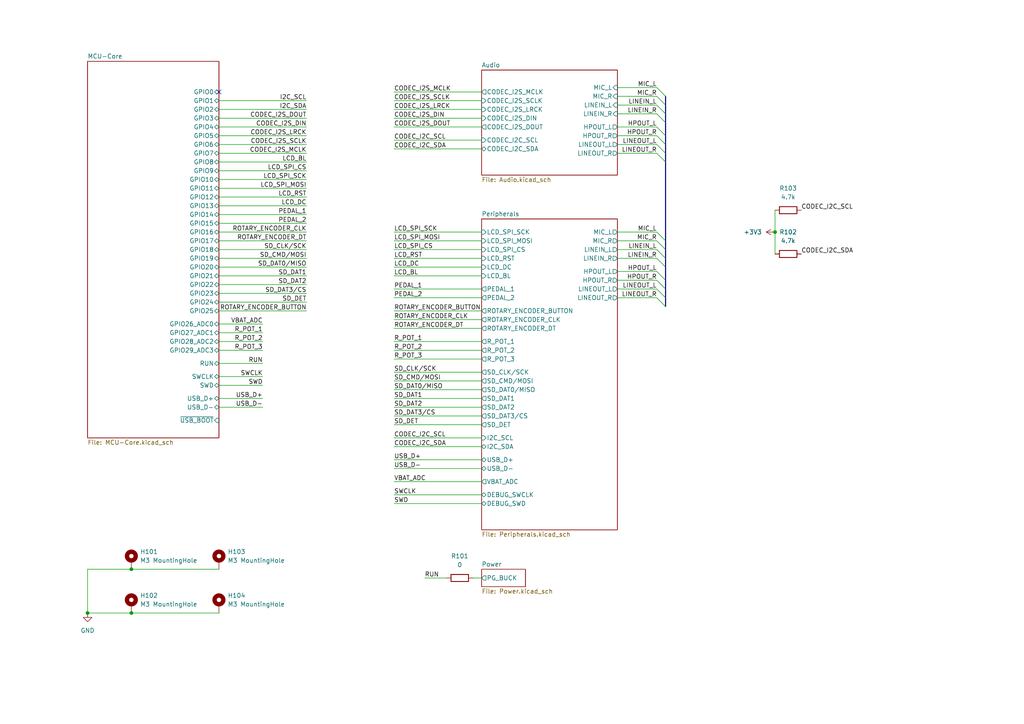
<source format=kicad_sch>
(kicad_sch (version 20250114) (generator "eeschema") (generator_version "9.0")
  (paper "A4")
  (title_block (title "TommyDSP") (date "2026-02-04") (rev "1.0.0"))
  (lib_symbols
    (symbol "Device:R" (pin_numbers (hide yes)) (pin_names (offset 0))
      (property "Reference" "R" (at 2.032 0 90))
      (property "Value" "R" (at 0 0 90))
      (symbol "R_0_1"
        (rectangle (start -1.016 -2.54) (end 1.016 2.54) (stroke (width 0.254)))
      )
      (symbol "R_1_1"
        (pin passive line (at 0 3.81 270) (length 1.27) (name "~") (number "1"))
        (pin passive line (at 0 -3.81 90) (length 1.27) (name "~") (number "2"))
      )
    )
    (symbol "Mechanical:MountingHole_Pad" (pin_numbers (hide yes)) (pin_names (offset 1.016) (hide yes)) (in_bom no)
      (property "Reference" "H" (at 0 6.35 0))
      (property "Value" "MountingHole_Pad" (at 0 4.445 0))
      (symbol "MountingHole_Pad_0_1"
        (circle (center 0 1.27) (radius 1.27) (stroke (width 1.27)))
      )
      (symbol "MountingHole_Pad_1_1"
        (pin input line (at 0 -2.54 90) (length 2.54) (name "1") (number "1"))
      )
    )
    (symbol "power:+3V3" (power) (pin_numbers (hide yes)) (pin_names (offset 0) (hide yes))
      (property "Value" "+3V3" (at 0 3.556 0))
      (symbol "+3V3_0_1"
        (polyline (pts (xy -0.762 1.27) (xy 0 2.54)))
        (polyline (pts (xy 0 2.54) (xy 0.762 1.27)))
        (polyline (pts (xy 0 0) (xy 0 2.54)))
      )
      (symbol "+3V3_1_1"
        (pin power_in line (at 0 0 90) (length 0) (name "~") (number "1"))
      )
    )
    (symbol "power:GND" (power) (pin_numbers (hide yes)) (pin_names (offset 0) (hide yes))
      (property "Value" "GND" (at 0 -3.81 0))
      (symbol "GND_0_1"
        (polyline (pts (xy 0 0) (xy 0 -1.27) (xy 1.27 -1.27) (xy 0 -2.54) (xy -1.27 -1.27) (xy 0 -1.27)))
      )
      (symbol "GND_1_1"
        (pin power_in line (at 0 0 270) (length 0) (name "~") (number "1"))
      )
    )
  )
  (junction (at 25.4 177.8))
  (junction (at 224.79 67.31))
  (junction (at 38.1 177.8))
  (junction (at 38.1 165.1))
  (no_connect (at 63.5 26.67))
  (bus_entry (at 190.5 33.02) (size 2.54 2.54))
  (bus_entry (at 190.5 44.45) (size 2.54 2.54))
  (bus_entry (at 190.5 74.93) (size 2.54 2.54))
  (bus_entry (at 190.5 30.48) (size 2.54 2.54))
  (bus_entry (at 190.5 72.39) (size 2.54 2.54))
  (bus_entry (at 190.5 81.28) (size 2.54 2.54))
  (bus_entry (at 190.5 78.74) (size 2.54 2.54))
  (bus_entry (at 190.5 69.85) (size 2.54 2.54))
  (bus_entry (at 190.5 41.91) (size 2.54 2.54))
  (bus_entry (at 190.5 67.31) (size 2.54 2.54))
  (bus_entry (at 190.5 83.82) (size 2.54 2.54))
  (bus_entry (at 190.5 86.36) (size 2.54 2.54))
  (bus_entry (at 190.5 25.4) (size 2.54 2.54))
  (bus_entry (at 190.5 39.37) (size 2.54 2.54))
  (bus_entry (at 190.5 27.94) (size 2.54 2.54))
  (bus_entry (at 190.5 36.83) (size 2.54 2.54))
  (wire (pts (xy 114.3 123.19) (xy 139.7 123.19)))
  (wire (pts (xy 179.07 74.93) (xy 190.5 74.93)))
  (wire (pts (xy 114.3 107.95) (xy 139.7 107.95)))
  (bus (pts (xy 193.04 27.94) (xy 193.04 30.48)))
  (wire (pts (xy 63.5 90.17) (xy 88.9 90.17)))
  (wire (pts (xy 114.3 129.54) (xy 139.7 129.54)))
  (wire (pts (xy 114.3 67.31) (xy 139.7 67.31)))
  (wire (pts (xy 63.5 49.53) (xy 88.9 49.53)))
  (wire (pts (xy 114.3 43.18) (xy 139.7 43.18)))
  (bus (pts (xy 193.04 83.82) (xy 193.04 86.36)))
  (wire (pts (xy 179.07 33.02) (xy 190.5 33.02)))
  (wire (pts (xy 63.5 111.76) (xy 76.2 111.76)))
  (wire (pts (xy 114.3 90.17) (xy 139.7 90.17)))
  (wire (pts (xy 114.3 36.83) (xy 139.7 36.83)))
  (wire (pts (xy 114.3 110.49) (xy 139.7 110.49)))
  (wire (pts (xy 123.19 167.64) (xy 129.54 167.64)))
  (wire (pts (xy 114.3 115.57) (xy 139.7 115.57)))
  (wire (pts (xy 114.3 99.06) (xy 139.7 99.06)))
  (wire (pts (xy 179.07 36.83) (xy 190.5 36.83)))
  (wire (pts (xy 63.5 57.15) (xy 88.9 57.15)))
  (wire (pts (xy 114.3 95.25) (xy 139.7 95.25)))
  (wire (pts (xy 179.07 25.4) (xy 190.5 25.4)))
  (wire (pts (xy 63.5 115.57) (xy 76.2 115.57)))
  (bus (pts (xy 193.04 44.45) (xy 193.04 46.99)))
  (wire (pts (xy 63.5 54.61) (xy 88.9 54.61)))
  (wire (pts (xy 63.5 29.21) (xy 88.9 29.21)))
  (wire (pts (xy 63.5 105.41) (xy 76.2 105.41)))
  (wire (pts (xy 63.5 39.37) (xy 88.9 39.37)))
  (wire (pts (xy 114.3 77.47) (xy 139.7 77.47)))
  (bus (pts (xy 193.04 86.36) (xy 193.04 88.9)))
  (wire (pts (xy 63.5 44.45) (xy 88.9 44.45)))
  (wire (pts (xy 224.79 73.66) (xy 224.79 67.31)))
  (wire (pts (xy 63.5 118.11) (xy 76.2 118.11)))
  (bus (pts (xy 193.04 35.56) (xy 193.04 39.37)))
  (wire (pts (xy 63.5 31.75) (xy 88.9 31.75)))
  (wire (pts (xy 179.07 44.45) (xy 190.5 44.45)))
  (wire (pts (xy 63.5 85.09) (xy 88.9 85.09)))
  (wire (pts (xy 224.79 67.31) (xy 224.79 60.96)))
  (wire (pts (xy 25.4 177.8) (xy 38.1 177.8)))
  (wire (pts (xy 114.3 146.05) (xy 139.7 146.05)))
  (wire (pts (xy 114.3 104.14) (xy 139.7 104.14)))
  (wire (pts (xy 114.3 92.71) (xy 139.7 92.71)))
  (wire (pts (xy 137.16 167.64) (xy 139.7 167.64)))
  (wire (pts (xy 63.5 41.91) (xy 88.9 41.91)))
  (wire (pts (xy 114.3 74.93) (xy 139.7 74.93)))
  (bus (pts (xy 193.04 72.39) (xy 193.04 74.93)))
  (bus (pts (xy 193.04 30.48) (xy 193.04 33.02)))
  (wire (pts (xy 179.07 72.39) (xy 190.5 72.39)))
  (wire (pts (xy 114.3 29.21) (xy 139.7 29.21)))
  (wire (pts (xy 179.07 67.31) (xy 190.5 67.31)))
  (wire (pts (xy 114.3 133.35) (xy 139.7 133.35)))
  (wire (pts (xy 63.5 36.83) (xy 88.9 36.83)))
  (wire (pts (xy 63.5 80.01) (xy 88.9 80.01)))
  (wire (pts (xy 114.3 40.64) (xy 139.7 40.64)))
  (wire (pts (xy 114.3 135.89) (xy 139.7 135.89)))
  (wire (pts (xy 63.5 59.69) (xy 88.9 59.69)))
  (bus (pts (xy 193.04 77.47) (xy 193.04 81.28)))
  (bus (pts (xy 193.04 41.91) (xy 193.04 44.45)))
  (bus (pts (xy 193.04 81.28) (xy 193.04 83.82)))
  (wire (pts (xy 114.3 139.7) (xy 139.7 139.7)))
  (wire (pts (xy 179.07 81.28) (xy 190.5 81.28)))
  (wire (pts (xy 179.07 41.91) (xy 190.5 41.91)))
  (wire (pts (xy 114.3 143.51) (xy 139.7 143.51)))
  (bus (pts (xy 193.04 74.93) (xy 193.04 77.47)))
  (wire (pts (xy 63.5 87.63) (xy 88.9 87.63)))
  (wire (pts (xy 114.3 34.29) (xy 139.7 34.29)))
  (wire (pts (xy 114.3 120.65) (xy 139.7 120.65)))
  (wire (pts (xy 114.3 72.39) (xy 139.7 72.39)))
  (wire (pts (xy 25.4 165.1) (xy 25.4 177.8)))
  (wire (pts (xy 179.07 78.74) (xy 190.5 78.74)))
  (wire (pts (xy 114.3 86.36) (xy 139.7 86.36)))
  (bus (pts (xy 193.04 39.37) (xy 193.04 41.91)))
  (wire (pts (xy 114.3 127) (xy 139.7 127)))
  (wire (pts (xy 63.5 77.47) (xy 88.9 77.47)))
  (wire (pts (xy 63.5 74.93) (xy 88.9 74.93)))
  (wire (pts (xy 63.5 64.77) (xy 88.9 64.77)))
  (wire (pts (xy 63.5 72.39) (xy 88.9 72.39)))
  (wire (pts (xy 114.3 80.01) (xy 139.7 80.01)))
  (wire (pts (xy 63.5 62.23) (xy 88.9 62.23)))
  (bus (pts (xy 193.04 69.85) (xy 193.04 72.39)))
  (wire (pts (xy 63.5 69.85) (xy 88.9 69.85)))
  (wire (pts (xy 114.3 113.03) (xy 139.7 113.03)))
  (wire (pts (xy 114.3 83.82) (xy 139.7 83.82)))
  (wire (pts (xy 114.3 26.67) (xy 139.7 26.67)))
  (wire (pts (xy 38.1 177.8) (xy 63.5 177.8)))
  (wire (pts (xy 63.5 165.1) (xy 38.1 165.1)))
  (wire (pts (xy 63.5 82.55) (xy 88.9 82.55)))
  (bus (pts (xy 193.04 33.02) (xy 193.04 35.56)))
  (wire (pts (xy 179.07 39.37) (xy 190.5 39.37)))
  (wire (pts (xy 179.07 27.94) (xy 190.5 27.94)))
  (wire (pts (xy 63.5 52.07) (xy 88.9 52.07)))
  (wire (pts (xy 63.5 99.06) (xy 76.2 99.06)))
  (wire (pts (xy 63.5 101.6) (xy 76.2 101.6)))
  (wire (pts (xy 63.5 96.52) (xy 76.2 96.52)))
  (wire (pts (xy 63.5 67.31) (xy 88.9 67.31)))
  (wire (pts (xy 63.5 46.99) (xy 88.9 46.99)))
  (wire (pts (xy 179.07 86.36) (xy 190.5 86.36)))
  (wire (pts (xy 63.5 109.22) (xy 76.2 109.22)))
  (wire (pts (xy 38.1 165.1) (xy 25.4 165.1)))
  (wire (pts (xy 63.5 34.29) (xy 88.9 34.29)))
  (bus (pts (xy 193.04 46.99) (xy 193.04 69.85)))
  (wire (pts (xy 114.3 101.6) (xy 139.7 101.6)))
  (wire (pts (xy 114.3 118.11) (xy 139.7 118.11)))
  (wire (pts (xy 114.3 69.85) (xy 139.7 69.85)))
  (wire (pts (xy 179.07 30.48) (xy 190.5 30.48)))
  (wire (pts (xy 179.07 69.85) (xy 190.5 69.85)))
  (wire (pts (xy 114.3 31.75) (xy 139.7 31.75)))
  (wire (pts (xy 63.5 93.98) (xy 76.2 93.98)))
  (wire (pts (xy 179.07 83.82) (xy 190.5 83.82)))
  (label "RUN" (at 76.2 105.41 180))
  (label "LINEIN_L" (at 190.5 30.48 180))
  (label "CODEC_I2C_SCL" (at 232.41 60.96 0))
  (label "CODEC_I2S_SCLK" (at 88.9 41.91 180))
  (label "HPOUT_R" (at 190.5 81.28 180))
  (label "R_POT_3" (at 76.2 101.6 180))
  (label "LINEIN_R" (at 190.5 33.02 180))
  (label "VBAT_ADC" (at 76.2 93.98 180))
  (label "SD_DET" (at 114.3 123.19 0))
  (label "LCD_SPI_SCK" (at 114.3 67.31 0))
  (label "LCD_BL" (at 88.9 46.99 180))
  (label "SWD" (at 114.3 146.05 0))
  (label "SD_CLK{slash}SCK" (at 114.3 107.95 0))
  (label "CODEC_I2C_SDA" (at 232.41 73.66 0))
  (label "R_POT_2" (at 76.2 99.06 180))
  (label "HPOUT_R" (at 190.5 39.37 180))
  (label "I2C_SDA" (at 88.9 31.75 180))
  (label "LCD_RST" (at 88.9 57.15 180))
  (label "LINEOUT_L" (at 190.5 83.82 180))
  (label "SD_CMD{slash}MOSI" (at 114.3 110.49 0))
  (label "R_POT_3" (at 114.3 104.14 0))
  (label "LCD_SPI_CS" (at 88.9 49.53 180))
  (label "HPOUT_L" (at 190.5 36.83 180))
  (label "R_POT_1" (at 76.2 96.52 180))
  (label "CODEC_I2S_DIN" (at 114.3 34.29 0))
  (label "LCD_SPI_MOSI" (at 114.3 69.85 0))
  (label "SD_DAT0{slash}MISO" (at 88.9 77.47 180))
  (label "SWD" (at 76.2 111.76 180))
  (label "RUN" (at 123.19 167.64 0))
  (label "CODEC_I2S_DIN" (at 88.9 36.83 180))
  (label "VBAT_ADC" (at 114.3 139.7 0))
  (label "SD_CMD{slash}MOSI" (at 88.9 74.93 180))
  (label "SD_CLK{slash}SCK" (at 88.9 72.39 180))
  (label "ROTARY_ENCODER_CLK" (at 88.9 67.31 180))
  (label "USB_D-" (at 114.3 135.89 0))
  (label "CODEC_I2S_LRCK" (at 88.9 39.37 180))
  (label "SD_DAT1" (at 88.9 80.01 180))
  (label "SD_DAT0{slash}MISO" (at 114.3 113.03 0))
  (label "USB_D+" (at 114.3 133.35 0))
  (label "CODEC_I2C_SDA" (at 114.3 43.18 0))
  (label "MIC_R" (at 190.5 27.94 180))
  (label "LCD_SPI_SCK" (at 88.9 52.07 180))
  (label "SWCLK" (at 114.3 143.51 0))
  (label "ROTARY_ENCODER_DT" (at 114.3 95.25 0))
  (label "CODEC_I2C_SCL" (at 114.3 40.64 0))
  (label "SD_DET" (at 88.9 87.63 180))
  (label "LCD_DC" (at 88.9 59.69 180))
  (label "R_POT_1" (at 114.3 99.06 0))
  (label "PEDAL_2" (at 88.9 64.77 180))
  (label "LCD_SPI_CS" (at 114.3 72.39 0))
  (label "PEDAL_1" (at 88.9 62.23 180))
  (label "HPOUT_L" (at 190.5 78.74 180))
  (label "LCD_DC" (at 114.3 77.47 0))
  (label "R_POT_2" (at 114.3 101.6 0))
  (label "LINEOUT_R" (at 190.5 86.36 180))
  (label "SD_DAT3{slash}CS" (at 114.3 120.65 0))
  (label "LCD_SPI_MOSI" (at 88.9 54.61 180))
  (label "CODEC_I2S_DOUT" (at 114.3 36.83 0))
  (label "LCD_BL" (at 114.3 80.01 0))
  (label "MIC_R" (at 190.5 69.85 180))
  (label "SD_DAT2" (at 88.9 82.55 180))
  (label "MIC_L" (at 190.5 67.31 180))
  (label "CODEC_I2C_SCL" (at 114.3 127 0))
  (label "CODEC_I2S_MCLK" (at 88.9 44.45 180))
  (label "ROTARY_ENCODER_DT" (at 88.9 69.85 180))
  (label "SD_DAT3{slash}CS" (at 88.9 85.09 180))
  (label "USB_D+" (at 76.2 115.57 180))
  (label "ROTARY_ENCODER_BUTTON" (at 114.3 90.17 0))
  (label "MIC_L" (at 190.5 25.4 180))
  (label "CODEC_I2S_SCLK" (at 114.3 29.21 0))
  (label "ROTARY_ENCODER_CLK" (at 114.3 92.71 0))
  (label "I2C_SCL" (at 88.9 29.21 180))
  (label "LINEOUT_R" (at 190.5 44.45 180))
  (label "SD_DAT1" (at 114.3 115.57 0))
  (label "CODEC_I2S_DOUT" (at 88.9 34.29 180))
  (label "LCD_RST" (at 114.3 74.93 0))
  (label "USB_D-" (at 76.2 118.11 180))
  (label "PEDAL_2" (at 114.3 86.36 0))
  (label "LINEIN_R" (at 190.5 74.93 180))
  (label "CODEC_I2C_SDA" (at 114.3 129.54 0))
  (label "CODEC_I2S_LRCK" (at 114.3 31.75 0))
  (label "ROTARY_ENCODER_BUTTON" (at 88.9 90.17 180))
  (label "LINEOUT_L" (at 190.5 41.91 180))
  (label "CODEC_I2S_MCLK" (at 114.3 26.67 0))
  (label "SD_DAT2" (at 114.3 118.11 0))
  (label "LINEIN_L" (at 190.5 72.39 180))
  (label "SWCLK" (at 76.2 109.22 180))
  (label "PEDAL_1" (at 114.3 83.82 0))
  (symbol (lib_id "Device:R") (at 228.6 73.66 90) (unit 1)
    (property "Reference" "R102" (at 228.6 67.31 90))
    (property "Value" "4.7k" (at 228.6 69.85 90))
    (property "Footprint" "Resistor_SMD:R_0603_1608Metric" (effects (hide yes)))
    (property "Description" "Resistor" (effects (hide yes)))
  )
  (symbol (lib_id "Mechanical:MountingHole_Pad") (at 38.1 175.26 0) (unit 1) (in_bom no)
    (property "Reference" "H102" (at 40.64 172.7199 0) (effects (justify left)))
    (property "Value" "M3 MountingHole" (at 40.64 175.2599 0) (effects (justify left)))
    (property "Footprint" "MountingHole:MountingHole_3.2mm_M3_DIN965_Pad_TopBottom" (effects (hide yes)))
    (property "Description" "Mounting Hole with connection" (effects (hide yes)))
  )
  (symbol (lib_id "Device:R") (at 228.6 60.96 90) (unit 1)
    (property "Reference" "R103" (at 228.6 54.61 90))
    (property "Value" "4.7k" (at 228.6 57.15 90))
    (property "Footprint" "Resistor_SMD:R_0603_1608Metric" (effects (hide yes)))
    (property "Description" "Resistor" (effects (hide yes)))
  )
  (symbol (lib_id "Mechanical:MountingHole_Pad") (at 63.5 162.56 0) (unit 1) (in_bom no)
    (property "Reference" "H103" (at 66.04 160.0199 0) (effects (justify left)))
    (property "Value" "M3 MountingHole" (at 66.04 162.5599 0) (effects (justify left)))
    (property "Footprint" "MountingHole:MountingHole_3.2mm_M3_DIN965_Pad_TopBottom" (effects (hide yes)))
    (property "Description" "Mounting Hole with connection" (effects (hide yes)))
  )
  (symbol (lib_id "power:GND") (at 25.4 177.8 0) (unit 1)
    (property "Reference" "#PWR0101" (effects (hide yes)))
    (property "Value" "GND" (at 25.4 182.88 0))
    (property "Description" "Power symbol creates a global label with name \"GND\" , ground" (effects (hide yes)))
  )
  (symbol (lib_id "Mechanical:MountingHole_Pad") (at 63.5 175.26 0) (unit 1) (in_bom no)
    (property "Reference" "H104" (at 66.04 172.7199 0) (effects (justify left)))
    (property "Value" "M3 MountingHole" (at 66.04 175.2599 0) (effects (justify left)))
    (property "Footprint" "MountingHole:MountingHole_3.2mm_M3_DIN965_Pad_TopBottom" (effects (hide yes)))
    (property "Description" "Mounting Hole with connection" (effects (hide yes)))
  )
  (symbol (lib_id "power:+3V3") (at 224.79 67.31 90) (unit 1)
    (property "Reference" "#PWR0102" (effects (hide yes)))
    (property "Value" "+3V3" (at 220.98 67.3099 90) (effects (justify left)))
    (property "Description" "Power symbol creates a global label with name \"+3V3\"" (effects (hide yes)))
  )
  (symbol (lib_id "Device:R") (at 133.35 167.64 90) (unit 1)
    (property "Reference" "R101" (at 133.35 161.29 90))
    (property "Value" "0" (at 133.35 163.83 90))
    (property "Footprint" "Resistor_SMD:R_0603_1608Metric" (effects (hide yes)))
    (property "Description" "Resistor" (effects (hide yes)))
  )
  (symbol (lib_id "Mechanical:MountingHole_Pad") (at 38.1 162.56 0) (unit 1) (in_bom no)
    (property "Reference" "H101" (at 40.64 160.0199 0) (effects (justify left)))
    (property "Value" "M3 MountingHole" (at 40.64 162.5599 0) (effects (justify left)))
    (property "Footprint" "MountingHole:MountingHole_3.2mm_M3_DIN965_Pad_TopBottom" (effects (hide yes)))
    (property "Description" "Mounting Hole with connection" (effects (hide yes)))
  )
  (sheet (at 139.7 63.5) (size 39.37 90.17) (stroke (width 0.1524))
    (property "Sheetname" "Peripherals" (at 139.7 62.7884 0) (effects (justify left bottom)))
    (property "Sheetfile" "Peripherals.kicad_sch" (at 139.7 154.2546 0) (effects (justify left top)))
    (pin "DEBUG_SWCLK" bidirectional (at 139.7 143.51 180))
    (pin "DEBUG_SWD" bidirectional (at 139.7 146.05 180))
    (pin "HPOUT_L" output (at 179.07 78.74 0))
    (pin "HPOUT_R" output (at 179.07 81.28 0))
    (pin "LCD_BL" input (at 139.7 80.01 180))
    (pin "LCD_DC" input (at 139.7 77.47 180))
    (pin "LCD_RST" input (at 139.7 74.93 180))
    (pin "LCD_SPI_CS" input (at 139.7 72.39 180))
    (pin "LCD_SPI_MOSI" input (at 139.7 69.85 180))
    (pin "LCD_SPI_SCK" input (at 139.7 67.31 180))
    (pin "LINEIN_L" output (at 179.07 72.39 0))
    (pin "LINEIN_R" output (at 179.07 74.93 0))
    (pin "LINEOUT_L" output (at 179.07 83.82 0))
    (pin "LINEOUT_R" output (at 179.07 86.36 0))
    (pin "MIC_L" output (at 179.07 67.31 0))
    (pin "MIC_R" output (at 179.07 69.85 0))
    (pin "PEDAL_1" output (at 139.7 83.82 180))
    (pin "PEDAL_2" output (at 139.7 86.36 180))
    (pin "ROTARY_ENCODER_BUTTON" output (at 139.7 90.17 180))
    (pin "ROTARY_ENCODER_CLK" output (at 139.7 92.71 180))
    (pin "ROTARY_ENCODER_DT" output (at 139.7 95.25 180))
    (pin "R_POT_1" output (at 139.7 99.06 180))
    (pin "R_POT_2" output (at 139.7 101.6 180))
    (pin "R_POT_3" output (at 139.7 104.14 180))
    (pin "SD_CLK{slash}SCK" output (at 139.7 107.95 180))
    (pin "SD_CMD{slash}MOSI" output (at 139.7 110.49 180))
    (pin "SD_DAT0{slash}MISO" output (at 139.7 113.03 180))
    (pin "SD_DAT1" output (at 139.7 115.57 180))
    (pin "SD_DAT2" output (at 139.7 118.11 180))
    (pin "SD_DAT3{slash}CS" output (at 139.7 120.65 180))
    (pin "SD_DET" output (at 139.7 123.19 180))
    (pin "USB_D+" bidirectional (at 139.7 133.35 180))
    (pin "USB_D-" bidirectional (at 139.7 135.89 180))
    (pin "VBAT_ADC" output (at 139.7 139.7 180))
    (pin "I2C_SCL" input (at 139.7 127 180))
    (pin "I2C_SDA" bidirectional (at 139.7 129.54 180))
  )
  (sheet (at 25.4 17.78) (size 38.1 109.22) (stroke (width 0.1524))
    (property "Sheetname" "MCU-Core" (at 25.4 17.0684 0) (effects (justify left bottom)))
    (property "Sheetfile" "MCU-Core.kicad_sch" (at 25.4 127.5846 0) (effects (justify left top)))
    (pin "GPIO0" bidirectional (at 63.5 26.67 0))
    (pin "GPIO1" bidirectional (at 63.5 29.21 0))
    (pin "GPIO2" bidirectional (at 63.5 31.75 0))
    (pin "GPIO3" bidirectional (at 63.5 34.29 0))
    (pin "GPIO4" bidirectional (at 63.5 36.83 0))
    (pin "GPIO5" bidirectional (at 63.5 39.37 0))
    (pin "GPIO6" bidirectional (at 63.5 41.91 0))
    (pin "GPIO7" bidirectional (at 63.5 44.45 0))
    (pin "GPIO8" bidirectional (at 63.5 46.99 0))
    (pin "GPIO9" bidirectional (at 63.5 49.53 0))
    (pin "GPIO10" bidirectional (at 63.5 52.07 0))
    (pin "GPIO11" bidirectional (at 63.5 54.61 0))
    (pin "GPIO12" bidirectional (at 63.5 57.15 0))
    (pin "GPIO13" bidirectional (at 63.5 59.69 0))
    (pin "GPIO14" bidirectional (at 63.5 62.23 0))
    (pin "GPIO15" bidirectional (at 63.5 64.77 0))
    (pin "GPIO16" bidirectional (at 63.5 67.31 0))
    (pin "GPIO17" bidirectional (at 63.5 69.85 0))
    (pin "GPIO18" bidirectional (at 63.5 72.39 0))
    (pin "GPIO19" bidirectional (at 63.5 74.93 0))
    (pin "GPIO20" bidirectional (at 63.5 77.47 0))
    (pin "GPIO21" bidirectional (at 63.5 80.01 0))
    (pin "GPIO22" bidirectional (at 63.5 82.55 0))
    (pin "GPIO23" bidirectional (at 63.5 85.09 0))
    (pin "GPIO24" bidirectional (at 63.5 87.63 0))
    (pin "GPIO25" bidirectional (at 63.5 90.17 0))
    (pin "GPIO26_ADC0" bidirectional (at 63.5 93.98 0))
    (pin "GPIO27_ADC1" bidirectional (at 63.5 96.52 0))
    (pin "GPIO28_ADC2" bidirectional (at 63.5 99.06 0))
    (pin "GPIO29_ADC3" bidirectional (at 63.5 101.6 0))
    (pin "RUN" bidirectional (at 63.5 105.41 0))
    (pin "SWCLK" bidirectional (at 63.5 109.22 0))
    (pin "SWD" bidirectional (at 63.5 111.76 0))
    (pin "USB_D+" bidirectional (at 63.5 115.57 0))
    (pin "USB_D-" bidirectional (at 63.5 118.11 0))
    (pin "~{USB_BOOT}" input (at 63.5 121.92 0))
  )
  (sheet (at 139.7 165.1) (size 12.7 5.08) (stroke (width 0.1524))
    (property "Sheetname" "Power" (at 139.7 164.3884 0) (effects (justify left bottom)))
    (property "Sheetfile" "Power.kicad_sch" (at 139.7 170.7646 0) (effects (justify left top)))
    (pin "PG_BUCK" output (at 139.7 167.64 180))
  )
  (sheet (at 139.7 20.32) (size 39.37 30.48) (stroke (width 0.1524))
    (property "Sheetname" "Audio" (at 139.7 19.6084 0) (effects (justify left bottom)))
    (property "Sheetfile" "Audio.kicad_sch" (at 139.7 51.3846 0) (effects (justify left top)))
    (pin "CODEC_I2C_SCL" input (at 139.7 40.64 180))
    (pin "CODEC_I2C_SDA" bidirectional (at 139.7 43.18 180))
    (pin "CODEC_I2S_DIN" input (at 139.7 34.29 180))
    (pin "CODEC_I2S_DOUT" output (at 139.7 36.83 180))
    (pin "CODEC_I2S_LRCK" input (at 139.7 31.75 180))
    (pin "CODEC_I2S_MCLK" output (at 139.7 26.67 180))
    (pin "CODEC_I2S_SCLK" input (at 139.7 29.21 180))
    (pin "HPOUT_L" output (at 179.07 36.83 0))
    (pin "HPOUT_R" output (at 179.07 39.37 0))
    (pin "LINEIN_L" input (at 179.07 30.48 0))
    (pin "LINEIN_R" input (at 179.07 33.02 0))
    (pin "LINEOUT_L" output (at 179.07 41.91 0))
    (pin "LINEOUT_R" output (at 179.07 44.45 0))
    (pin "MIC_L" input (at 179.07 25.4 0))
    (pin "MIC_R" input (at 179.07 27.94 0))
  )
)
</source>
